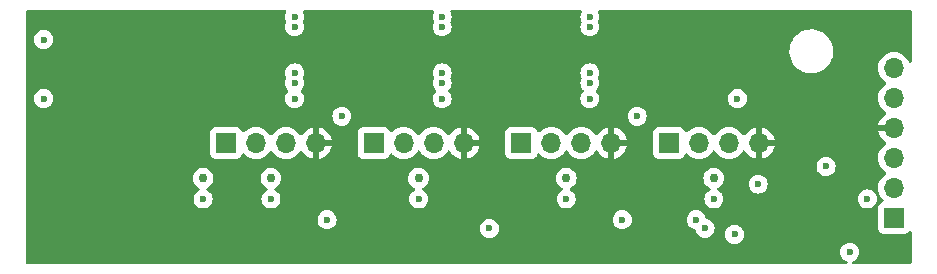
<source format=gbr>
%TF.GenerationSoftware,KiCad,Pcbnew,7.0.11-7.0.11~ubuntu22.04.1*%
%TF.CreationDate,2025-05-05T15:28:32+03:00*%
%TF.ProjectId,USB_Magic_Hub,5553425f-4d61-4676-9963-5f4875622e6b,rev?*%
%TF.SameCoordinates,PXc65d40PYc65d40*%
%TF.FileFunction,Copper,L2,Inr*%
%TF.FilePolarity,Positive*%
%FSLAX46Y46*%
G04 Gerber Fmt 4.6, Leading zero omitted, Abs format (unit mm)*
G04 Created by KiCad (PCBNEW 7.0.11-7.0.11~ubuntu22.04.1) date 2025-05-05 15:28:32*
%MOMM*%
%LPD*%
G01*
G04 APERTURE LIST*
%TA.AperFunction,ComponentPad*%
%ADD10R,1.700000X1.700000*%
%TD*%
%TA.AperFunction,ComponentPad*%
%ADD11O,1.700000X1.700000*%
%TD*%
%TA.AperFunction,ViaPad*%
%ADD12C,0.600000*%
%TD*%
%TA.AperFunction,ViaPad*%
%ADD13C,0.750000*%
%TD*%
G04 APERTURE END LIST*
D10*
%TO.N,/VBUS1*%
%TO.C,J1*%
X54950000Y-11750000D03*
D11*
%TO.N,/D1-*%
X57490000Y-11750000D03*
%TO.N,/D1+*%
X60030000Y-11750000D03*
%TO.N,/GND*%
X62570000Y-11750000D03*
%TD*%
D10*
%TO.N,/VBUS2*%
%TO.C,J2*%
X42450000Y-11750000D03*
D11*
%TO.N,/D2-*%
X44990000Y-11750000D03*
%TO.N,/D2+*%
X47530000Y-11750000D03*
%TO.N,/GND*%
X50070000Y-11750000D03*
%TD*%
D10*
%TO.N,/VBUS3*%
%TO.C,J3*%
X29950000Y-11750000D03*
D11*
%TO.N,/D3-*%
X32490000Y-11750000D03*
%TO.N,/D3+*%
X35030000Y-11750000D03*
%TO.N,/GND*%
X37570000Y-11750000D03*
%TD*%
D10*
%TO.N,/SEL3*%
%TO.C,J4*%
X74000000Y-18100000D03*
D11*
%TO.N,/SEL4*%
X74000000Y-15560000D03*
%TO.N,/~{RESET}*%
X74000000Y-13020000D03*
%TO.N,/GND*%
X74000000Y-10480000D03*
%TO.N,/SEL2*%
X74000000Y-7940000D03*
%TO.N,/VCC_MCU*%
X74000000Y-5400000D03*
%TD*%
D10*
%TO.N,/VBUS4*%
%TO.C,J5*%
X17450000Y-11750000D03*
D11*
%TO.N,/D4-*%
X19990000Y-11750000D03*
%TO.N,/D4+*%
X22530000Y-11750000D03*
%TO.N,/GND*%
X25070000Y-11750000D03*
%TD*%
D12*
%TO.N,/GND*%
X67000000Y-18250000D03*
X7000000Y-18750000D03*
X19250000Y-8000000D03*
X68500000Y-18250000D03*
X65750000Y-21000000D03*
X10750000Y-3000000D03*
X56750000Y-8000000D03*
X44250000Y-8000000D03*
X11750000Y-16250000D03*
X31750000Y-8000000D03*
%TO.N,/VCC_MCU*%
X48250000Y-8000000D03*
X70250000Y-21000000D03*
X35750000Y-8000000D03*
X51000000Y-18250000D03*
X23250000Y-8000000D03*
X60750000Y-8000000D03*
X26000000Y-18250000D03*
%TO.N,/SEL2*%
X57250000Y-18250000D03*
X52250000Y-9500000D03*
X68250000Y-13750000D03*
%TO.N,/SEL3*%
X39750000Y-19000000D03*
X58000000Y-19000000D03*
%TO.N,/~{PWR_ENABLE}*%
X71750000Y-16500000D03*
X46250000Y-16500000D03*
X33750000Y-16500000D03*
X15500000Y-16500000D03*
X21250000Y-16500000D03*
X58750000Y-16500000D03*
D13*
%TO.N,Net-(Q1-S)*%
X33750000Y-14750000D03*
X46250000Y-14750000D03*
X21250000Y-14750000D03*
X58750000Y-14750000D03*
X15500000Y-14750000D03*
D12*
%TO.N,Net-(U1-~{XRSTJ})*%
X2000000Y-8000000D03*
X2000000Y-3000000D03*
%TO.N,/SEL4*%
X27250000Y-9500000D03*
X62500000Y-15250000D03*
X60500000Y-19500000D03*
%TO.N,/UFP-*%
X23250000Y-5825000D03*
X35750000Y-5825000D03*
X48250000Y-5825000D03*
X23250000Y-1925000D03*
X48250000Y-1925000D03*
X35750000Y-1925000D03*
%TO.N,/UFP+*%
X48250000Y-6675000D03*
X23250000Y-1075000D03*
X35750000Y-6675000D03*
X48250000Y-1075000D03*
X35750000Y-1075000D03*
X23250000Y-6675000D03*
%TD*%
%TA.AperFunction,Conductor*%
%TO.N,/GND*%
G36*
X22508252Y-520185D02*
G01*
X22554007Y-572989D01*
X22563951Y-642147D01*
X22546206Y-690473D01*
X22524211Y-725475D01*
X22464631Y-895745D01*
X22464630Y-895750D01*
X22444435Y-1074996D01*
X22444435Y-1075003D01*
X22464630Y-1254249D01*
X22464631Y-1254254D01*
X22524212Y-1424525D01*
X22530185Y-1434032D01*
X22549183Y-1501269D01*
X22530185Y-1565968D01*
X22524212Y-1575474D01*
X22464631Y-1745745D01*
X22464630Y-1745750D01*
X22444435Y-1924996D01*
X22444435Y-1925003D01*
X22464630Y-2104249D01*
X22464631Y-2104254D01*
X22524211Y-2274523D01*
X22584319Y-2370184D01*
X22620184Y-2427262D01*
X22747738Y-2554816D01*
X22838080Y-2611582D01*
X22899979Y-2650476D01*
X22900478Y-2650789D01*
X23070745Y-2710368D01*
X23070750Y-2710369D01*
X23249996Y-2730565D01*
X23250000Y-2730565D01*
X23250004Y-2730565D01*
X23429249Y-2710369D01*
X23429252Y-2710368D01*
X23429255Y-2710368D01*
X23599522Y-2650789D01*
X23752262Y-2554816D01*
X23879816Y-2427262D01*
X23975789Y-2274522D01*
X24035368Y-2104255D01*
X24055565Y-1925000D01*
X24035368Y-1745745D01*
X24035367Y-1745743D01*
X24035366Y-1745737D01*
X23975789Y-1575479D01*
X23975789Y-1575478D01*
X23969815Y-1565971D01*
X23950815Y-1498737D01*
X23969816Y-1434027D01*
X23975789Y-1424522D01*
X24035368Y-1254255D01*
X24055565Y-1075000D01*
X24035368Y-895745D01*
X23975789Y-725478D01*
X23975788Y-725475D01*
X23953794Y-690473D01*
X23934793Y-623236D01*
X23955160Y-556401D01*
X24008428Y-511187D01*
X24058787Y-500500D01*
X34941213Y-500500D01*
X35008252Y-520185D01*
X35054007Y-572989D01*
X35063951Y-642147D01*
X35046206Y-690473D01*
X35024211Y-725475D01*
X34964631Y-895745D01*
X34964630Y-895750D01*
X34944435Y-1074996D01*
X34944435Y-1075003D01*
X34964630Y-1254249D01*
X34964631Y-1254254D01*
X35024212Y-1424525D01*
X35030185Y-1434032D01*
X35049183Y-1501269D01*
X35030185Y-1565968D01*
X35024212Y-1575474D01*
X34964631Y-1745745D01*
X34964630Y-1745750D01*
X34944435Y-1924996D01*
X34944435Y-1925003D01*
X34964630Y-2104249D01*
X34964631Y-2104254D01*
X35024211Y-2274523D01*
X35084319Y-2370184D01*
X35120184Y-2427262D01*
X35247738Y-2554816D01*
X35338080Y-2611582D01*
X35399979Y-2650476D01*
X35400478Y-2650789D01*
X35570745Y-2710368D01*
X35570750Y-2710369D01*
X35749996Y-2730565D01*
X35750000Y-2730565D01*
X35750004Y-2730565D01*
X35929249Y-2710369D01*
X35929252Y-2710368D01*
X35929255Y-2710368D01*
X36099522Y-2650789D01*
X36252262Y-2554816D01*
X36379816Y-2427262D01*
X36475789Y-2274522D01*
X36535368Y-2104255D01*
X36555565Y-1925000D01*
X36535368Y-1745745D01*
X36535367Y-1745743D01*
X36535366Y-1745737D01*
X36475789Y-1575479D01*
X36475789Y-1575478D01*
X36469815Y-1565971D01*
X36450815Y-1498737D01*
X36469816Y-1434027D01*
X36475789Y-1424522D01*
X36535368Y-1254255D01*
X36555565Y-1075000D01*
X36535368Y-895745D01*
X36475789Y-725478D01*
X36475788Y-725475D01*
X36453794Y-690473D01*
X36434793Y-623236D01*
X36455160Y-556401D01*
X36508428Y-511187D01*
X36558787Y-500500D01*
X47441213Y-500500D01*
X47508252Y-520185D01*
X47554007Y-572989D01*
X47563951Y-642147D01*
X47546206Y-690473D01*
X47524211Y-725475D01*
X47464631Y-895745D01*
X47464630Y-895750D01*
X47444435Y-1074996D01*
X47444435Y-1075003D01*
X47464630Y-1254249D01*
X47464631Y-1254254D01*
X47524212Y-1424525D01*
X47530185Y-1434032D01*
X47549183Y-1501269D01*
X47530185Y-1565968D01*
X47524212Y-1575474D01*
X47464631Y-1745745D01*
X47464630Y-1745750D01*
X47444435Y-1924996D01*
X47444435Y-1925003D01*
X47464630Y-2104249D01*
X47464631Y-2104254D01*
X47524211Y-2274523D01*
X47584319Y-2370184D01*
X47620184Y-2427262D01*
X47747738Y-2554816D01*
X47838080Y-2611582D01*
X47899979Y-2650476D01*
X47900478Y-2650789D01*
X48070745Y-2710368D01*
X48070750Y-2710369D01*
X48249996Y-2730565D01*
X48250000Y-2730565D01*
X48250004Y-2730565D01*
X48429249Y-2710369D01*
X48429252Y-2710368D01*
X48429255Y-2710368D01*
X48599522Y-2650789D01*
X48752262Y-2554816D01*
X48879816Y-2427262D01*
X48975789Y-2274522D01*
X49035368Y-2104255D01*
X49055565Y-1925000D01*
X49035368Y-1745745D01*
X49035367Y-1745743D01*
X49035366Y-1745737D01*
X48975789Y-1575479D01*
X48975789Y-1575478D01*
X48969815Y-1565971D01*
X48950815Y-1498737D01*
X48969816Y-1434027D01*
X48975789Y-1424522D01*
X49035368Y-1254255D01*
X49055565Y-1075000D01*
X49035368Y-895745D01*
X48975789Y-725478D01*
X48975788Y-725475D01*
X48953794Y-690473D01*
X48934793Y-623236D01*
X48955160Y-556401D01*
X49008428Y-511187D01*
X49058787Y-500500D01*
X75375500Y-500500D01*
X75442539Y-520185D01*
X75488294Y-572989D01*
X75499500Y-624500D01*
X75499500Y-4860803D01*
X75479815Y-4927842D01*
X75427011Y-4973597D01*
X75357853Y-4983541D01*
X75294297Y-4954516D01*
X75263118Y-4913208D01*
X75174035Y-4722171D01*
X75174034Y-4722169D01*
X75038494Y-4528597D01*
X74871402Y-4361506D01*
X74871395Y-4361501D01*
X74677834Y-4225967D01*
X74677830Y-4225965D01*
X74628438Y-4202933D01*
X74463663Y-4126097D01*
X74463659Y-4126096D01*
X74463655Y-4126094D01*
X74235413Y-4064938D01*
X74235403Y-4064936D01*
X74000001Y-4044341D01*
X73999999Y-4044341D01*
X73764596Y-4064936D01*
X73764586Y-4064938D01*
X73536344Y-4126094D01*
X73536335Y-4126098D01*
X73322171Y-4225964D01*
X73322169Y-4225965D01*
X73128597Y-4361505D01*
X72961505Y-4528597D01*
X72825965Y-4722169D01*
X72825964Y-4722171D01*
X72726098Y-4936335D01*
X72726094Y-4936344D01*
X72664938Y-5164586D01*
X72664936Y-5164596D01*
X72644341Y-5399999D01*
X72644341Y-5400000D01*
X72664936Y-5635403D01*
X72664938Y-5635413D01*
X72726094Y-5863655D01*
X72726096Y-5863659D01*
X72726097Y-5863663D01*
X72761319Y-5939196D01*
X72825965Y-6077830D01*
X72825967Y-6077834D01*
X72934281Y-6232521D01*
X72947408Y-6251269D01*
X72961501Y-6271395D01*
X72961506Y-6271402D01*
X73128597Y-6438493D01*
X73128603Y-6438498D01*
X73314158Y-6568425D01*
X73357783Y-6623002D01*
X73364977Y-6692500D01*
X73333454Y-6754855D01*
X73314158Y-6771575D01*
X73128597Y-6901505D01*
X72961505Y-7068597D01*
X72825965Y-7262169D01*
X72825964Y-7262171D01*
X72726098Y-7476335D01*
X72726094Y-7476344D01*
X72664938Y-7704586D01*
X72664936Y-7704596D01*
X72644341Y-7939999D01*
X72644341Y-7940000D01*
X72664936Y-8175403D01*
X72664938Y-8175413D01*
X72726094Y-8403655D01*
X72726096Y-8403659D01*
X72726097Y-8403663D01*
X72761319Y-8479196D01*
X72825965Y-8617830D01*
X72825967Y-8617834D01*
X72901558Y-8725788D01*
X72943276Y-8785368D01*
X72961501Y-8811395D01*
X72961506Y-8811402D01*
X73128597Y-8978493D01*
X73128603Y-8978498D01*
X73314594Y-9108730D01*
X73358219Y-9163307D01*
X73365413Y-9232805D01*
X73333890Y-9295160D01*
X73314595Y-9311880D01*
X73128922Y-9441890D01*
X73128920Y-9441891D01*
X72961891Y-9608920D01*
X72961886Y-9608926D01*
X72826400Y-9802420D01*
X72826399Y-9802422D01*
X72726570Y-10016507D01*
X72726567Y-10016513D01*
X72669364Y-10229999D01*
X72669364Y-10230000D01*
X73566314Y-10230000D01*
X73540507Y-10270156D01*
X73500000Y-10408111D01*
X73500000Y-10551889D01*
X73540507Y-10689844D01*
X73566314Y-10730000D01*
X72669364Y-10730000D01*
X72726567Y-10943486D01*
X72726570Y-10943492D01*
X72826399Y-11157578D01*
X72961894Y-11351082D01*
X73128917Y-11518105D01*
X73314595Y-11648119D01*
X73358219Y-11702696D01*
X73365412Y-11772195D01*
X73333890Y-11834549D01*
X73314595Y-11851269D01*
X73128594Y-11981508D01*
X72961505Y-12148597D01*
X72825965Y-12342169D01*
X72825964Y-12342171D01*
X72726098Y-12556335D01*
X72726094Y-12556344D01*
X72664938Y-12784586D01*
X72664936Y-12784596D01*
X72644341Y-13019999D01*
X72644341Y-13020000D01*
X72664936Y-13255403D01*
X72664938Y-13255413D01*
X72726094Y-13483655D01*
X72726096Y-13483659D01*
X72726097Y-13483663D01*
X72825965Y-13697830D01*
X72825967Y-13697834D01*
X72961501Y-13891395D01*
X72961506Y-13891402D01*
X73128597Y-14058493D01*
X73128603Y-14058498D01*
X73314158Y-14188425D01*
X73357783Y-14243002D01*
X73364977Y-14312500D01*
X73333454Y-14374855D01*
X73314158Y-14391575D01*
X73128597Y-14521505D01*
X72961505Y-14688597D01*
X72825965Y-14882169D01*
X72825964Y-14882171D01*
X72726098Y-15096335D01*
X72726094Y-15096344D01*
X72664938Y-15324586D01*
X72664936Y-15324596D01*
X72644341Y-15559999D01*
X72644341Y-15560000D01*
X72664936Y-15795403D01*
X72664938Y-15795413D01*
X72726094Y-16023655D01*
X72726096Y-16023659D01*
X72726097Y-16023663D01*
X72761319Y-16099196D01*
X72825965Y-16237830D01*
X72825967Y-16237834D01*
X72884026Y-16320750D01*
X72961501Y-16431396D01*
X72961506Y-16431402D01*
X73083430Y-16553326D01*
X73116915Y-16614649D01*
X73111931Y-16684341D01*
X73070059Y-16740274D01*
X73039083Y-16757189D01*
X72907669Y-16806203D01*
X72907664Y-16806206D01*
X72792455Y-16892452D01*
X72792452Y-16892455D01*
X72706206Y-17007664D01*
X72706202Y-17007671D01*
X72655908Y-17142517D01*
X72649501Y-17202116D01*
X72649500Y-17202135D01*
X72649500Y-18997870D01*
X72649501Y-18997876D01*
X72655908Y-19057483D01*
X72706202Y-19192328D01*
X72706206Y-19192335D01*
X72792452Y-19307544D01*
X72792455Y-19307547D01*
X72907664Y-19393793D01*
X72907671Y-19393797D01*
X73042517Y-19444091D01*
X73042516Y-19444091D01*
X73049444Y-19444835D01*
X73102127Y-19450500D01*
X74897872Y-19450499D01*
X74957483Y-19444091D01*
X75092331Y-19393796D01*
X75207546Y-19307546D01*
X75276234Y-19215789D01*
X75332167Y-19173920D01*
X75401859Y-19168936D01*
X75463182Y-19202421D01*
X75496666Y-19263745D01*
X75499500Y-19290102D01*
X75499500Y-21875500D01*
X75479815Y-21942539D01*
X75427011Y-21988294D01*
X75375500Y-21999500D01*
X70547114Y-21999500D01*
X70480075Y-21979815D01*
X70434320Y-21927011D01*
X70424376Y-21857853D01*
X70453401Y-21794297D01*
X70506160Y-21758458D01*
X70542531Y-21745730D01*
X70599522Y-21725789D01*
X70752262Y-21629816D01*
X70879816Y-21502262D01*
X70975789Y-21349522D01*
X71035368Y-21179255D01*
X71055565Y-21000000D01*
X71035368Y-20820745D01*
X70975789Y-20650478D01*
X70879816Y-20497738D01*
X70752262Y-20370184D01*
X70649422Y-20305565D01*
X70599523Y-20274211D01*
X70429254Y-20214631D01*
X70429249Y-20214630D01*
X70250004Y-20194435D01*
X70249996Y-20194435D01*
X70070750Y-20214630D01*
X70070745Y-20214631D01*
X69900476Y-20274211D01*
X69747737Y-20370184D01*
X69620184Y-20497737D01*
X69524211Y-20650476D01*
X69464631Y-20820745D01*
X69464630Y-20820750D01*
X69444435Y-20999996D01*
X69444435Y-21000003D01*
X69464630Y-21179249D01*
X69464631Y-21179254D01*
X69524211Y-21349523D01*
X69620184Y-21502262D01*
X69747738Y-21629816D01*
X69900478Y-21725789D01*
X69993840Y-21758458D01*
X70050617Y-21799180D01*
X70076364Y-21864133D01*
X70062908Y-21932694D01*
X70014521Y-21983097D01*
X69952886Y-21999500D01*
X624500Y-21999500D01*
X557461Y-21979815D01*
X511706Y-21927011D01*
X500500Y-21875500D01*
X500500Y-18250003D01*
X25194435Y-18250003D01*
X25214630Y-18429249D01*
X25214631Y-18429254D01*
X25274211Y-18599523D01*
X25333849Y-18694435D01*
X25370184Y-18752262D01*
X25497738Y-18879816D01*
X25650478Y-18975789D01*
X25719678Y-19000003D01*
X25820745Y-19035368D01*
X25820750Y-19035369D01*
X25999996Y-19055565D01*
X26000000Y-19055565D01*
X26000004Y-19055565D01*
X26179249Y-19035369D01*
X26179252Y-19035368D01*
X26179255Y-19035368D01*
X26280322Y-19000003D01*
X38944435Y-19000003D01*
X38964630Y-19179249D01*
X38964631Y-19179254D01*
X39024211Y-19349523D01*
X39087658Y-19450498D01*
X39120184Y-19502262D01*
X39247738Y-19629816D01*
X39400478Y-19725789D01*
X39570745Y-19785368D01*
X39570750Y-19785369D01*
X39749996Y-19805565D01*
X39750000Y-19805565D01*
X39750004Y-19805565D01*
X39929249Y-19785369D01*
X39929252Y-19785368D01*
X39929255Y-19785368D01*
X40099522Y-19725789D01*
X40252262Y-19629816D01*
X40379816Y-19502262D01*
X40475789Y-19349522D01*
X40535368Y-19179255D01*
X40536531Y-19168936D01*
X40555565Y-19000003D01*
X40555565Y-18999996D01*
X40535369Y-18820750D01*
X40535368Y-18820745D01*
X40475788Y-18650476D01*
X40379815Y-18497737D01*
X40252262Y-18370184D01*
X40099523Y-18274211D01*
X40030341Y-18250003D01*
X50194435Y-18250003D01*
X50214630Y-18429249D01*
X50214631Y-18429254D01*
X50274211Y-18599523D01*
X50333849Y-18694435D01*
X50370184Y-18752262D01*
X50497738Y-18879816D01*
X50650478Y-18975789D01*
X50719678Y-19000003D01*
X50820745Y-19035368D01*
X50820750Y-19035369D01*
X50999996Y-19055565D01*
X51000000Y-19055565D01*
X51000004Y-19055565D01*
X51179249Y-19035369D01*
X51179252Y-19035368D01*
X51179255Y-19035368D01*
X51349522Y-18975789D01*
X51502262Y-18879816D01*
X51629816Y-18752262D01*
X51725789Y-18599522D01*
X51785368Y-18429255D01*
X51802837Y-18274211D01*
X51805565Y-18250003D01*
X56444435Y-18250003D01*
X56464630Y-18429249D01*
X56464631Y-18429254D01*
X56524211Y-18599523D01*
X56583849Y-18694435D01*
X56620184Y-18752262D01*
X56747738Y-18879816D01*
X56900478Y-18975789D01*
X57070745Y-19035368D01*
X57101795Y-19038866D01*
X57166207Y-19065930D01*
X57205763Y-19123524D01*
X57211132Y-19148201D01*
X57214630Y-19179249D01*
X57214631Y-19179254D01*
X57214632Y-19179255D01*
X57219209Y-19192335D01*
X57274210Y-19349521D01*
X57302028Y-19393793D01*
X57370184Y-19502262D01*
X57497738Y-19629816D01*
X57650478Y-19725789D01*
X57820745Y-19785368D01*
X57820750Y-19785369D01*
X57999996Y-19805565D01*
X58000000Y-19805565D01*
X58000004Y-19805565D01*
X58179249Y-19785369D01*
X58179252Y-19785368D01*
X58179255Y-19785368D01*
X58349522Y-19725789D01*
X58502262Y-19629816D01*
X58629816Y-19502262D01*
X58631235Y-19500003D01*
X59694435Y-19500003D01*
X59714630Y-19679249D01*
X59714631Y-19679254D01*
X59774211Y-19849523D01*
X59870184Y-20002262D01*
X59997738Y-20129816D01*
X60088080Y-20186582D01*
X60132721Y-20214632D01*
X60150478Y-20225789D01*
X60288860Y-20274211D01*
X60320745Y-20285368D01*
X60320750Y-20285369D01*
X60499996Y-20305565D01*
X60500000Y-20305565D01*
X60500004Y-20305565D01*
X60679249Y-20285369D01*
X60679252Y-20285368D01*
X60679255Y-20285368D01*
X60849522Y-20225789D01*
X61002262Y-20129816D01*
X61129816Y-20002262D01*
X61225789Y-19849522D01*
X61285368Y-19679255D01*
X61285369Y-19679249D01*
X61305565Y-19500003D01*
X61305565Y-19499996D01*
X61285369Y-19320750D01*
X61285368Y-19320745D01*
X61280749Y-19307544D01*
X61225789Y-19150478D01*
X61224358Y-19148201D01*
X61153461Y-19035369D01*
X61129816Y-18997738D01*
X61002262Y-18870184D01*
X60849523Y-18774211D01*
X60679254Y-18714631D01*
X60679249Y-18714630D01*
X60500004Y-18694435D01*
X60499996Y-18694435D01*
X60320750Y-18714630D01*
X60320745Y-18714631D01*
X60150476Y-18774211D01*
X59997737Y-18870184D01*
X59870184Y-18997737D01*
X59774211Y-19150476D01*
X59714631Y-19320745D01*
X59714630Y-19320750D01*
X59694435Y-19499996D01*
X59694435Y-19500003D01*
X58631235Y-19500003D01*
X58725789Y-19349522D01*
X58785368Y-19179255D01*
X58786531Y-19168936D01*
X58805565Y-19000003D01*
X58805565Y-18999996D01*
X58785369Y-18820750D01*
X58785368Y-18820745D01*
X58725788Y-18650476D01*
X58629815Y-18497737D01*
X58502262Y-18370184D01*
X58349521Y-18274210D01*
X58179249Y-18214630D01*
X58148201Y-18211132D01*
X58083787Y-18184065D01*
X58044233Y-18126469D01*
X58038867Y-18101802D01*
X58035368Y-18070745D01*
X57975789Y-17900478D01*
X57879816Y-17747738D01*
X57752262Y-17620184D01*
X57599523Y-17524211D01*
X57429254Y-17464631D01*
X57429249Y-17464630D01*
X57250004Y-17444435D01*
X57249996Y-17444435D01*
X57070750Y-17464630D01*
X57070745Y-17464631D01*
X56900476Y-17524211D01*
X56747737Y-17620184D01*
X56620184Y-17747737D01*
X56524211Y-17900476D01*
X56464631Y-18070745D01*
X56464630Y-18070750D01*
X56444435Y-18249996D01*
X56444435Y-18250003D01*
X51805565Y-18250003D01*
X51805565Y-18249996D01*
X51785369Y-18070750D01*
X51785368Y-18070745D01*
X51725788Y-17900476D01*
X51629815Y-17747737D01*
X51502262Y-17620184D01*
X51349523Y-17524211D01*
X51179254Y-17464631D01*
X51179249Y-17464630D01*
X51000004Y-17444435D01*
X50999996Y-17444435D01*
X50820750Y-17464630D01*
X50820745Y-17464631D01*
X50650476Y-17524211D01*
X50497737Y-17620184D01*
X50370184Y-17747737D01*
X50274211Y-17900476D01*
X50214631Y-18070745D01*
X50214630Y-18070750D01*
X50194435Y-18249996D01*
X50194435Y-18250003D01*
X40030341Y-18250003D01*
X39929254Y-18214631D01*
X39929249Y-18214630D01*
X39750004Y-18194435D01*
X39749996Y-18194435D01*
X39570750Y-18214630D01*
X39570745Y-18214631D01*
X39400476Y-18274211D01*
X39247737Y-18370184D01*
X39120184Y-18497737D01*
X39024211Y-18650476D01*
X38964631Y-18820745D01*
X38964630Y-18820750D01*
X38944435Y-18999996D01*
X38944435Y-19000003D01*
X26280322Y-19000003D01*
X26349522Y-18975789D01*
X26502262Y-18879816D01*
X26629816Y-18752262D01*
X26725789Y-18599522D01*
X26785368Y-18429255D01*
X26802837Y-18274211D01*
X26805565Y-18250003D01*
X26805565Y-18249996D01*
X26785369Y-18070750D01*
X26785368Y-18070745D01*
X26725788Y-17900476D01*
X26629815Y-17747737D01*
X26502262Y-17620184D01*
X26349523Y-17524211D01*
X26179254Y-17464631D01*
X26179249Y-17464630D01*
X26000004Y-17444435D01*
X25999996Y-17444435D01*
X25820750Y-17464630D01*
X25820745Y-17464631D01*
X25650476Y-17524211D01*
X25497737Y-17620184D01*
X25370184Y-17747737D01*
X25274211Y-17900476D01*
X25214631Y-18070745D01*
X25214630Y-18070750D01*
X25194435Y-18249996D01*
X25194435Y-18250003D01*
X500500Y-18250003D01*
X500500Y-14750000D01*
X14619678Y-14750000D01*
X14638915Y-14933029D01*
X14638916Y-14933032D01*
X14695783Y-15108053D01*
X14695786Y-15108059D01*
X14787805Y-15267440D01*
X14897327Y-15389077D01*
X14910949Y-15404206D01*
X14910951Y-15404208D01*
X15059834Y-15512378D01*
X15059835Y-15512378D01*
X15059839Y-15512381D01*
X15127720Y-15542603D01*
X15144925Y-15550264D01*
X15198162Y-15595514D01*
X15218483Y-15662363D01*
X15199438Y-15729587D01*
X15155385Y-15768933D01*
X15156374Y-15770506D01*
X14997737Y-15870184D01*
X14870184Y-15997737D01*
X14774211Y-16150476D01*
X14714631Y-16320745D01*
X14714630Y-16320750D01*
X14694435Y-16499996D01*
X14694435Y-16500003D01*
X14714630Y-16679249D01*
X14714631Y-16679254D01*
X14774211Y-16849523D01*
X14858840Y-16984208D01*
X14870184Y-17002262D01*
X14997738Y-17129816D01*
X15150478Y-17225789D01*
X15320745Y-17285368D01*
X15320750Y-17285369D01*
X15499996Y-17305565D01*
X15500000Y-17305565D01*
X15500004Y-17305565D01*
X15679249Y-17285369D01*
X15679252Y-17285368D01*
X15679255Y-17285368D01*
X15849522Y-17225789D01*
X16002262Y-17129816D01*
X16129816Y-17002262D01*
X16225789Y-16849522D01*
X16285368Y-16679255D01*
X16288681Y-16649853D01*
X16305565Y-16500003D01*
X16305565Y-16499996D01*
X16285369Y-16320750D01*
X16285368Y-16320745D01*
X16225788Y-16150476D01*
X16153461Y-16035369D01*
X16129816Y-15997738D01*
X16002262Y-15870184D01*
X15849522Y-15774211D01*
X15849523Y-15774211D01*
X15843626Y-15770506D01*
X15844643Y-15768886D01*
X15799845Y-15728434D01*
X15781536Y-15661006D01*
X15802588Y-15594383D01*
X15855073Y-15550264D01*
X15940161Y-15512381D01*
X16089050Y-15404207D01*
X16212195Y-15267440D01*
X16304214Y-15108059D01*
X16361085Y-14933029D01*
X16380322Y-14750000D01*
X20369678Y-14750000D01*
X20388915Y-14933029D01*
X20388916Y-14933032D01*
X20445783Y-15108053D01*
X20445786Y-15108059D01*
X20537805Y-15267440D01*
X20647327Y-15389077D01*
X20660949Y-15404206D01*
X20660951Y-15404208D01*
X20809834Y-15512378D01*
X20809835Y-15512378D01*
X20809839Y-15512381D01*
X20877720Y-15542603D01*
X20894925Y-15550264D01*
X20948162Y-15595514D01*
X20968483Y-15662363D01*
X20949438Y-15729587D01*
X20905385Y-15768933D01*
X20906374Y-15770506D01*
X20747737Y-15870184D01*
X20620184Y-15997737D01*
X20524211Y-16150476D01*
X20464631Y-16320745D01*
X20464630Y-16320750D01*
X20444435Y-16499996D01*
X20444435Y-16500003D01*
X20464630Y-16679249D01*
X20464631Y-16679254D01*
X20524211Y-16849523D01*
X20608840Y-16984208D01*
X20620184Y-17002262D01*
X20747738Y-17129816D01*
X20900478Y-17225789D01*
X21070745Y-17285368D01*
X21070750Y-17285369D01*
X21249996Y-17305565D01*
X21250000Y-17305565D01*
X21250004Y-17305565D01*
X21429249Y-17285369D01*
X21429252Y-17285368D01*
X21429255Y-17285368D01*
X21599522Y-17225789D01*
X21752262Y-17129816D01*
X21879816Y-17002262D01*
X21975789Y-16849522D01*
X22035368Y-16679255D01*
X22038681Y-16649853D01*
X22055565Y-16500003D01*
X22055565Y-16499996D01*
X22035369Y-16320750D01*
X22035368Y-16320745D01*
X21975788Y-16150476D01*
X21903461Y-16035369D01*
X21879816Y-15997738D01*
X21752262Y-15870184D01*
X21599522Y-15774211D01*
X21599523Y-15774211D01*
X21593626Y-15770506D01*
X21594643Y-15768886D01*
X21549845Y-15728434D01*
X21531536Y-15661006D01*
X21552588Y-15594383D01*
X21605073Y-15550264D01*
X21690161Y-15512381D01*
X21839050Y-15404207D01*
X21962195Y-15267440D01*
X22054214Y-15108059D01*
X22111085Y-14933029D01*
X22130322Y-14750000D01*
X32869678Y-14750000D01*
X32888915Y-14933029D01*
X32888916Y-14933032D01*
X32945783Y-15108053D01*
X32945786Y-15108059D01*
X33037805Y-15267440D01*
X33147327Y-15389077D01*
X33160949Y-15404206D01*
X33160951Y-15404208D01*
X33309834Y-15512378D01*
X33309835Y-15512378D01*
X33309839Y-15512381D01*
X33377720Y-15542603D01*
X33394925Y-15550264D01*
X33448162Y-15595514D01*
X33468483Y-15662363D01*
X33449438Y-15729587D01*
X33405385Y-15768933D01*
X33406374Y-15770506D01*
X33247737Y-15870184D01*
X33120184Y-15997737D01*
X33024211Y-16150476D01*
X32964631Y-16320745D01*
X32964630Y-16320750D01*
X32944435Y-16499996D01*
X32944435Y-16500003D01*
X32964630Y-16679249D01*
X32964631Y-16679254D01*
X33024211Y-16849523D01*
X33108840Y-16984208D01*
X33120184Y-17002262D01*
X33247738Y-17129816D01*
X33400478Y-17225789D01*
X33570745Y-17285368D01*
X33570750Y-17285369D01*
X33749996Y-17305565D01*
X33750000Y-17305565D01*
X33750004Y-17305565D01*
X33929249Y-17285369D01*
X33929252Y-17285368D01*
X33929255Y-17285368D01*
X34099522Y-17225789D01*
X34252262Y-17129816D01*
X34379816Y-17002262D01*
X34475789Y-16849522D01*
X34535368Y-16679255D01*
X34538681Y-16649853D01*
X34555565Y-16500003D01*
X34555565Y-16499996D01*
X34535369Y-16320750D01*
X34535368Y-16320745D01*
X34475788Y-16150476D01*
X34403461Y-16035369D01*
X34379816Y-15997738D01*
X34252262Y-15870184D01*
X34099522Y-15774211D01*
X34099523Y-15774211D01*
X34093626Y-15770506D01*
X34094643Y-15768886D01*
X34049845Y-15728434D01*
X34031536Y-15661006D01*
X34052588Y-15594383D01*
X34105073Y-15550264D01*
X34190161Y-15512381D01*
X34339050Y-15404207D01*
X34462195Y-15267440D01*
X34554214Y-15108059D01*
X34611085Y-14933029D01*
X34630322Y-14750000D01*
X45369678Y-14750000D01*
X45388915Y-14933029D01*
X45388916Y-14933032D01*
X45445783Y-15108053D01*
X45445786Y-15108059D01*
X45537805Y-15267440D01*
X45647327Y-15389077D01*
X45660949Y-15404206D01*
X45660951Y-15404208D01*
X45809834Y-15512378D01*
X45809835Y-15512378D01*
X45809839Y-15512381D01*
X45877720Y-15542603D01*
X45894925Y-15550264D01*
X45948162Y-15595514D01*
X45968483Y-15662363D01*
X45949438Y-15729587D01*
X45905385Y-15768933D01*
X45906374Y-15770506D01*
X45747737Y-15870184D01*
X45620184Y-15997737D01*
X45524211Y-16150476D01*
X45464631Y-16320745D01*
X45464630Y-16320750D01*
X45444435Y-16499996D01*
X45444435Y-16500003D01*
X45464630Y-16679249D01*
X45464631Y-16679254D01*
X45524211Y-16849523D01*
X45608840Y-16984208D01*
X45620184Y-17002262D01*
X45747738Y-17129816D01*
X45900478Y-17225789D01*
X46070745Y-17285368D01*
X46070750Y-17285369D01*
X46249996Y-17305565D01*
X46250000Y-17305565D01*
X46250004Y-17305565D01*
X46429249Y-17285369D01*
X46429252Y-17285368D01*
X46429255Y-17285368D01*
X46599522Y-17225789D01*
X46752262Y-17129816D01*
X46879816Y-17002262D01*
X46975789Y-16849522D01*
X47035368Y-16679255D01*
X47038681Y-16649853D01*
X47055565Y-16500003D01*
X47055565Y-16499996D01*
X47035369Y-16320750D01*
X47035368Y-16320745D01*
X46975788Y-16150476D01*
X46903461Y-16035369D01*
X46879816Y-15997738D01*
X46752262Y-15870184D01*
X46599522Y-15774211D01*
X46599523Y-15774211D01*
X46593626Y-15770506D01*
X46594643Y-15768886D01*
X46549845Y-15728434D01*
X46531536Y-15661006D01*
X46552588Y-15594383D01*
X46605073Y-15550264D01*
X46690161Y-15512381D01*
X46839050Y-15404207D01*
X46962195Y-15267440D01*
X47054214Y-15108059D01*
X47111085Y-14933029D01*
X47130322Y-14750000D01*
X57869678Y-14750000D01*
X57888915Y-14933029D01*
X57888916Y-14933032D01*
X57945783Y-15108053D01*
X57945786Y-15108059D01*
X58037805Y-15267440D01*
X58147327Y-15389077D01*
X58160949Y-15404206D01*
X58160951Y-15404208D01*
X58309834Y-15512378D01*
X58309835Y-15512378D01*
X58309839Y-15512381D01*
X58377720Y-15542603D01*
X58394925Y-15550264D01*
X58448162Y-15595514D01*
X58468483Y-15662363D01*
X58449438Y-15729587D01*
X58405385Y-15768933D01*
X58406374Y-15770506D01*
X58247737Y-15870184D01*
X58120184Y-15997737D01*
X58024211Y-16150476D01*
X57964631Y-16320745D01*
X57964630Y-16320750D01*
X57944435Y-16499996D01*
X57944435Y-16500003D01*
X57964630Y-16679249D01*
X57964631Y-16679254D01*
X58024211Y-16849523D01*
X58108840Y-16984208D01*
X58120184Y-17002262D01*
X58247738Y-17129816D01*
X58400478Y-17225789D01*
X58570745Y-17285368D01*
X58570750Y-17285369D01*
X58749996Y-17305565D01*
X58750000Y-17305565D01*
X58750004Y-17305565D01*
X58929249Y-17285369D01*
X58929252Y-17285368D01*
X58929255Y-17285368D01*
X59099522Y-17225789D01*
X59252262Y-17129816D01*
X59379816Y-17002262D01*
X59475789Y-16849522D01*
X59535368Y-16679255D01*
X59538681Y-16649853D01*
X59555565Y-16500003D01*
X70944435Y-16500003D01*
X70964630Y-16679249D01*
X70964631Y-16679254D01*
X71024211Y-16849523D01*
X71108840Y-16984208D01*
X71120184Y-17002262D01*
X71247738Y-17129816D01*
X71400478Y-17225789D01*
X71570745Y-17285368D01*
X71570750Y-17285369D01*
X71749996Y-17305565D01*
X71750000Y-17305565D01*
X71750004Y-17305565D01*
X71929249Y-17285369D01*
X71929252Y-17285368D01*
X71929255Y-17285368D01*
X72099522Y-17225789D01*
X72252262Y-17129816D01*
X72379816Y-17002262D01*
X72475789Y-16849522D01*
X72535368Y-16679255D01*
X72538681Y-16649853D01*
X72555565Y-16500003D01*
X72555565Y-16499996D01*
X72535369Y-16320750D01*
X72535368Y-16320745D01*
X72475788Y-16150476D01*
X72403461Y-16035369D01*
X72379816Y-15997738D01*
X72252262Y-15870184D01*
X72099523Y-15774211D01*
X71929254Y-15714631D01*
X71929249Y-15714630D01*
X71750004Y-15694435D01*
X71749996Y-15694435D01*
X71570750Y-15714630D01*
X71570745Y-15714631D01*
X71400476Y-15774211D01*
X71247737Y-15870184D01*
X71120184Y-15997737D01*
X71024211Y-16150476D01*
X70964631Y-16320745D01*
X70964630Y-16320750D01*
X70944435Y-16499996D01*
X70944435Y-16500003D01*
X59555565Y-16500003D01*
X59555565Y-16499996D01*
X59535369Y-16320750D01*
X59535368Y-16320745D01*
X59475788Y-16150476D01*
X59403461Y-16035369D01*
X59379816Y-15997738D01*
X59252262Y-15870184D01*
X59099522Y-15774211D01*
X59099523Y-15774211D01*
X59093626Y-15770506D01*
X59094643Y-15768886D01*
X59049845Y-15728434D01*
X59031536Y-15661006D01*
X59052588Y-15594383D01*
X59105073Y-15550264D01*
X59190161Y-15512381D01*
X59339050Y-15404207D01*
X59462195Y-15267440D01*
X59472262Y-15250003D01*
X61694435Y-15250003D01*
X61714630Y-15429249D01*
X61714631Y-15429254D01*
X61774211Y-15599523D01*
X61833849Y-15694435D01*
X61870184Y-15752262D01*
X61997738Y-15879816D01*
X62088080Y-15936582D01*
X62149540Y-15975200D01*
X62150478Y-15975789D01*
X62206569Y-15995416D01*
X62320745Y-16035368D01*
X62320750Y-16035369D01*
X62499996Y-16055565D01*
X62500000Y-16055565D01*
X62500004Y-16055565D01*
X62679249Y-16035369D01*
X62679252Y-16035368D01*
X62679255Y-16035368D01*
X62849522Y-15975789D01*
X63002262Y-15879816D01*
X63129816Y-15752262D01*
X63225789Y-15599522D01*
X63285368Y-15429255D01*
X63288190Y-15404208D01*
X63305565Y-15250003D01*
X63305565Y-15249996D01*
X63285369Y-15070750D01*
X63285368Y-15070745D01*
X63225789Y-14900478D01*
X63129816Y-14747738D01*
X63002262Y-14620184D01*
X62849523Y-14524211D01*
X62679254Y-14464631D01*
X62679249Y-14464630D01*
X62500004Y-14444435D01*
X62499996Y-14444435D01*
X62320750Y-14464630D01*
X62320745Y-14464631D01*
X62150476Y-14524211D01*
X61997737Y-14620184D01*
X61870184Y-14747737D01*
X61774211Y-14900476D01*
X61714631Y-15070745D01*
X61714630Y-15070750D01*
X61694435Y-15249996D01*
X61694435Y-15250003D01*
X59472262Y-15250003D01*
X59554214Y-15108059D01*
X59611085Y-14933029D01*
X59630322Y-14750000D01*
X59611085Y-14566971D01*
X59554214Y-14391941D01*
X59462195Y-14232560D01*
X59339050Y-14095793D01*
X59339048Y-14095791D01*
X59190165Y-13987621D01*
X59190162Y-13987619D01*
X59190161Y-13987619D01*
X59129112Y-13960438D01*
X59022038Y-13912765D01*
X59022033Y-13912763D01*
X58842019Y-13874500D01*
X58657981Y-13874500D01*
X58477966Y-13912763D01*
X58477961Y-13912765D01*
X58309839Y-13987619D01*
X58309834Y-13987621D01*
X58160951Y-14095791D01*
X58160949Y-14095793D01*
X58037804Y-14232561D01*
X57945786Y-14391940D01*
X57945783Y-14391946D01*
X57899183Y-14535368D01*
X57888915Y-14566971D01*
X57869678Y-14750000D01*
X47130322Y-14750000D01*
X47111085Y-14566971D01*
X47054214Y-14391941D01*
X46962195Y-14232560D01*
X46839050Y-14095793D01*
X46839048Y-14095791D01*
X46690165Y-13987621D01*
X46690162Y-13987619D01*
X46690161Y-13987619D01*
X46629112Y-13960438D01*
X46522038Y-13912765D01*
X46522033Y-13912763D01*
X46342019Y-13874500D01*
X46157981Y-13874500D01*
X45977966Y-13912763D01*
X45977961Y-13912765D01*
X45809839Y-13987619D01*
X45809834Y-13987621D01*
X45660951Y-14095791D01*
X45660949Y-14095793D01*
X45537804Y-14232561D01*
X45445786Y-14391940D01*
X45445783Y-14391946D01*
X45399183Y-14535368D01*
X45388915Y-14566971D01*
X45369678Y-14750000D01*
X34630322Y-14750000D01*
X34611085Y-14566971D01*
X34554214Y-14391941D01*
X34462195Y-14232560D01*
X34339050Y-14095793D01*
X34339048Y-14095791D01*
X34190165Y-13987621D01*
X34190162Y-13987619D01*
X34190161Y-13987619D01*
X34129112Y-13960438D01*
X34022038Y-13912765D01*
X34022033Y-13912763D01*
X33842019Y-13874500D01*
X33657981Y-13874500D01*
X33477966Y-13912763D01*
X33477961Y-13912765D01*
X33309839Y-13987619D01*
X33309834Y-13987621D01*
X33160951Y-14095791D01*
X33160949Y-14095793D01*
X33037804Y-14232561D01*
X32945786Y-14391940D01*
X32945783Y-14391946D01*
X32899183Y-14535368D01*
X32888915Y-14566971D01*
X32869678Y-14750000D01*
X22130322Y-14750000D01*
X22111085Y-14566971D01*
X22054214Y-14391941D01*
X21962195Y-14232560D01*
X21839050Y-14095793D01*
X21839048Y-14095791D01*
X21690165Y-13987621D01*
X21690162Y-13987619D01*
X21690161Y-13987619D01*
X21629112Y-13960438D01*
X21522038Y-13912765D01*
X21522033Y-13912763D01*
X21342019Y-13874500D01*
X21157981Y-13874500D01*
X20977966Y-13912763D01*
X20977961Y-13912765D01*
X20809839Y-13987619D01*
X20809834Y-13987621D01*
X20660951Y-14095791D01*
X20660949Y-14095793D01*
X20537804Y-14232561D01*
X20445786Y-14391940D01*
X20445783Y-14391946D01*
X20399183Y-14535368D01*
X20388915Y-14566971D01*
X20369678Y-14750000D01*
X16380322Y-14750000D01*
X16361085Y-14566971D01*
X16304214Y-14391941D01*
X16212195Y-14232560D01*
X16089050Y-14095793D01*
X16089048Y-14095791D01*
X15940165Y-13987621D01*
X15940162Y-13987619D01*
X15940161Y-13987619D01*
X15879112Y-13960438D01*
X15772038Y-13912765D01*
X15772033Y-13912763D01*
X15592019Y-13874500D01*
X15407981Y-13874500D01*
X15227966Y-13912763D01*
X15227961Y-13912765D01*
X15059839Y-13987619D01*
X15059834Y-13987621D01*
X14910951Y-14095791D01*
X14910949Y-14095793D01*
X14787804Y-14232561D01*
X14695786Y-14391940D01*
X14695783Y-14391946D01*
X14649183Y-14535368D01*
X14638915Y-14566971D01*
X14619678Y-14750000D01*
X500500Y-14750000D01*
X500500Y-13750003D01*
X67444435Y-13750003D01*
X67464630Y-13929249D01*
X67464631Y-13929254D01*
X67524211Y-14099523D01*
X67590578Y-14205145D01*
X67620184Y-14252262D01*
X67747738Y-14379816D01*
X67767035Y-14391941D01*
X67882721Y-14464632D01*
X67900478Y-14475789D01*
X68031127Y-14521505D01*
X68070745Y-14535368D01*
X68070750Y-14535369D01*
X68249996Y-14555565D01*
X68250000Y-14555565D01*
X68250004Y-14555565D01*
X68429249Y-14535369D01*
X68429252Y-14535368D01*
X68429255Y-14535368D01*
X68599522Y-14475789D01*
X68752262Y-14379816D01*
X68879816Y-14252262D01*
X68975789Y-14099522D01*
X69035368Y-13929255D01*
X69037226Y-13912764D01*
X69055565Y-13750003D01*
X69055565Y-13749996D01*
X69035369Y-13570750D01*
X69035368Y-13570745D01*
X69013616Y-13508581D01*
X68975789Y-13400478D01*
X68879816Y-13247738D01*
X68752262Y-13120184D01*
X68720932Y-13100498D01*
X68599523Y-13024211D01*
X68429254Y-12964631D01*
X68429249Y-12964630D01*
X68250004Y-12944435D01*
X68249996Y-12944435D01*
X68070750Y-12964630D01*
X68070745Y-12964631D01*
X67900476Y-13024211D01*
X67747737Y-13120184D01*
X67620184Y-13247737D01*
X67524211Y-13400476D01*
X67464631Y-13570745D01*
X67464630Y-13570750D01*
X67444435Y-13749996D01*
X67444435Y-13750003D01*
X500500Y-13750003D01*
X500500Y-12647870D01*
X16099500Y-12647870D01*
X16099501Y-12647876D01*
X16105908Y-12707483D01*
X16156202Y-12842328D01*
X16156206Y-12842335D01*
X16242452Y-12957544D01*
X16242455Y-12957547D01*
X16357664Y-13043793D01*
X16357671Y-13043797D01*
X16492517Y-13094091D01*
X16492516Y-13094091D01*
X16499444Y-13094835D01*
X16552127Y-13100500D01*
X18347872Y-13100499D01*
X18407483Y-13094091D01*
X18542331Y-13043796D01*
X18657546Y-12957546D01*
X18743796Y-12842331D01*
X18792810Y-12710916D01*
X18834681Y-12654984D01*
X18900145Y-12630566D01*
X18968418Y-12645417D01*
X18996673Y-12666569D01*
X19118599Y-12788495D01*
X19215384Y-12856265D01*
X19312165Y-12924032D01*
X19312167Y-12924033D01*
X19312170Y-12924035D01*
X19526337Y-13023903D01*
X19754592Y-13085063D01*
X19931034Y-13100500D01*
X19989999Y-13105659D01*
X19990000Y-13105659D01*
X19990001Y-13105659D01*
X20048966Y-13100500D01*
X20225408Y-13085063D01*
X20453663Y-13023903D01*
X20667830Y-12924035D01*
X20861401Y-12788495D01*
X21028495Y-12621401D01*
X21158425Y-12435842D01*
X21213002Y-12392217D01*
X21282500Y-12385023D01*
X21344855Y-12416546D01*
X21361575Y-12435842D01*
X21491281Y-12621082D01*
X21491505Y-12621401D01*
X21658599Y-12788495D01*
X21755384Y-12856265D01*
X21852165Y-12924032D01*
X21852167Y-12924033D01*
X21852170Y-12924035D01*
X22066337Y-13023903D01*
X22294592Y-13085063D01*
X22471034Y-13100500D01*
X22529999Y-13105659D01*
X22530000Y-13105659D01*
X22530001Y-13105659D01*
X22588966Y-13100500D01*
X22765408Y-13085063D01*
X22993663Y-13023903D01*
X23207830Y-12924035D01*
X23401401Y-12788495D01*
X23568495Y-12621401D01*
X23698730Y-12435405D01*
X23753307Y-12391781D01*
X23822805Y-12384587D01*
X23885160Y-12416110D01*
X23901879Y-12435405D01*
X24031890Y-12621078D01*
X24198917Y-12788105D01*
X24392421Y-12923600D01*
X24606507Y-13023429D01*
X24606516Y-13023433D01*
X24820000Y-13080634D01*
X24820000Y-12185501D01*
X24927685Y-12234680D01*
X25034237Y-12250000D01*
X25105763Y-12250000D01*
X25212315Y-12234680D01*
X25320000Y-12185501D01*
X25320000Y-13080633D01*
X25533483Y-13023433D01*
X25533492Y-13023429D01*
X25747578Y-12923600D01*
X25941082Y-12788105D01*
X26081317Y-12647870D01*
X28599500Y-12647870D01*
X28599501Y-12647876D01*
X28605908Y-12707483D01*
X28656202Y-12842328D01*
X28656206Y-12842335D01*
X28742452Y-12957544D01*
X28742455Y-12957547D01*
X28857664Y-13043793D01*
X28857671Y-13043797D01*
X28992517Y-13094091D01*
X28992516Y-13094091D01*
X28999444Y-13094835D01*
X29052127Y-13100500D01*
X30847872Y-13100499D01*
X30907483Y-13094091D01*
X31042331Y-13043796D01*
X31157546Y-12957546D01*
X31243796Y-12842331D01*
X31292810Y-12710916D01*
X31334681Y-12654984D01*
X31400145Y-12630566D01*
X31468418Y-12645417D01*
X31496673Y-12666569D01*
X31618599Y-12788495D01*
X31715384Y-12856265D01*
X31812165Y-12924032D01*
X31812167Y-12924033D01*
X31812170Y-12924035D01*
X32026337Y-13023903D01*
X32254592Y-13085063D01*
X32431034Y-13100500D01*
X32489999Y-13105659D01*
X32490000Y-13105659D01*
X32490001Y-13105659D01*
X32548966Y-13100500D01*
X32725408Y-13085063D01*
X32953663Y-13023903D01*
X33167830Y-12924035D01*
X33361401Y-12788495D01*
X33528495Y-12621401D01*
X33658425Y-12435842D01*
X33713002Y-12392217D01*
X33782500Y-12385023D01*
X33844855Y-12416546D01*
X33861575Y-12435842D01*
X33991281Y-12621082D01*
X33991505Y-12621401D01*
X34158599Y-12788495D01*
X34255384Y-12856265D01*
X34352165Y-12924032D01*
X34352167Y-12924033D01*
X34352170Y-12924035D01*
X34566337Y-13023903D01*
X34794592Y-13085063D01*
X34971034Y-13100500D01*
X35029999Y-13105659D01*
X35030000Y-13105659D01*
X35030001Y-13105659D01*
X35088966Y-13100500D01*
X35265408Y-13085063D01*
X35493663Y-13023903D01*
X35707830Y-12924035D01*
X35901401Y-12788495D01*
X36068495Y-12621401D01*
X36198730Y-12435405D01*
X36253307Y-12391781D01*
X36322805Y-12384587D01*
X36385160Y-12416110D01*
X36401879Y-12435405D01*
X36531890Y-12621078D01*
X36698917Y-12788105D01*
X36892421Y-12923600D01*
X37106507Y-13023429D01*
X37106516Y-13023433D01*
X37320000Y-13080634D01*
X37320000Y-12185501D01*
X37427685Y-12234680D01*
X37534237Y-12250000D01*
X37605763Y-12250000D01*
X37712315Y-12234680D01*
X37820000Y-12185501D01*
X37820000Y-13080634D01*
X38033483Y-13023433D01*
X38033492Y-13023429D01*
X38247578Y-12923600D01*
X38441082Y-12788105D01*
X38581317Y-12647870D01*
X41099500Y-12647870D01*
X41099501Y-12647876D01*
X41105908Y-12707483D01*
X41156202Y-12842328D01*
X41156206Y-12842335D01*
X41242452Y-12957544D01*
X41242455Y-12957547D01*
X41357664Y-13043793D01*
X41357671Y-13043797D01*
X41492517Y-13094091D01*
X41492516Y-13094091D01*
X41499444Y-13094835D01*
X41552127Y-13100500D01*
X43347872Y-13100499D01*
X43407483Y-13094091D01*
X43542331Y-13043796D01*
X43657546Y-12957546D01*
X43743796Y-12842331D01*
X43792810Y-12710916D01*
X43834681Y-12654984D01*
X43900145Y-12630566D01*
X43968418Y-12645417D01*
X43996673Y-12666569D01*
X44118599Y-12788495D01*
X44215384Y-12856265D01*
X44312165Y-12924032D01*
X44312167Y-12924033D01*
X44312170Y-12924035D01*
X44526337Y-13023903D01*
X44754592Y-13085063D01*
X44931034Y-13100500D01*
X44989999Y-13105659D01*
X44990000Y-13105659D01*
X44990001Y-13105659D01*
X45048966Y-13100500D01*
X45225408Y-13085063D01*
X45453663Y-13023903D01*
X45667830Y-12924035D01*
X45861401Y-12788495D01*
X46028495Y-12621401D01*
X46158425Y-12435842D01*
X46213002Y-12392217D01*
X46282500Y-12385023D01*
X46344855Y-12416546D01*
X46361575Y-12435842D01*
X46491281Y-12621082D01*
X46491505Y-12621401D01*
X46658599Y-12788495D01*
X46755384Y-12856265D01*
X46852165Y-12924032D01*
X46852167Y-12924033D01*
X46852170Y-12924035D01*
X47066337Y-13023903D01*
X47294592Y-13085063D01*
X47471034Y-13100500D01*
X47529999Y-13105659D01*
X47530000Y-13105659D01*
X47530001Y-13105659D01*
X47588966Y-13100500D01*
X47765408Y-13085063D01*
X47993663Y-13023903D01*
X48207830Y-12924035D01*
X48401401Y-12788495D01*
X48568495Y-12621401D01*
X48698730Y-12435405D01*
X48753307Y-12391781D01*
X48822805Y-12384587D01*
X48885160Y-12416110D01*
X48901879Y-12435405D01*
X49031890Y-12621078D01*
X49198917Y-12788105D01*
X49392421Y-12923600D01*
X49606507Y-13023429D01*
X49606516Y-13023433D01*
X49820000Y-13080634D01*
X49820000Y-12185501D01*
X49927685Y-12234680D01*
X50034237Y-12250000D01*
X50105763Y-12250000D01*
X50212315Y-12234680D01*
X50320000Y-12185501D01*
X50320000Y-13080634D01*
X50533483Y-13023433D01*
X50533492Y-13023429D01*
X50747578Y-12923600D01*
X50941082Y-12788105D01*
X51081317Y-12647870D01*
X53599500Y-12647870D01*
X53599501Y-12647876D01*
X53605908Y-12707483D01*
X53656202Y-12842328D01*
X53656206Y-12842335D01*
X53742452Y-12957544D01*
X53742455Y-12957547D01*
X53857664Y-13043793D01*
X53857671Y-13043797D01*
X53992517Y-13094091D01*
X53992516Y-13094091D01*
X53999444Y-13094835D01*
X54052127Y-13100500D01*
X55847872Y-13100499D01*
X55907483Y-13094091D01*
X56042331Y-13043796D01*
X56157546Y-12957546D01*
X56243796Y-12842331D01*
X56292810Y-12710916D01*
X56334681Y-12654984D01*
X56400145Y-12630566D01*
X56468418Y-12645417D01*
X56496673Y-12666569D01*
X56618599Y-12788495D01*
X56715384Y-12856265D01*
X56812165Y-12924032D01*
X56812167Y-12924033D01*
X56812170Y-12924035D01*
X57026337Y-13023903D01*
X57254592Y-13085063D01*
X57431034Y-13100500D01*
X57489999Y-13105659D01*
X57490000Y-13105659D01*
X57490001Y-13105659D01*
X57548966Y-13100500D01*
X57725408Y-13085063D01*
X57953663Y-13023903D01*
X58167830Y-12924035D01*
X58361401Y-12788495D01*
X58528495Y-12621401D01*
X58658425Y-12435842D01*
X58713002Y-12392217D01*
X58782500Y-12385023D01*
X58844855Y-12416546D01*
X58861575Y-12435842D01*
X58991281Y-12621082D01*
X58991505Y-12621401D01*
X59158599Y-12788495D01*
X59255384Y-12856265D01*
X59352165Y-12924032D01*
X59352167Y-12924033D01*
X59352170Y-12924035D01*
X59566337Y-13023903D01*
X59794592Y-13085063D01*
X59971034Y-13100500D01*
X60029999Y-13105659D01*
X60030000Y-13105659D01*
X60030001Y-13105659D01*
X60088966Y-13100500D01*
X60265408Y-13085063D01*
X60493663Y-13023903D01*
X60707830Y-12924035D01*
X60901401Y-12788495D01*
X61068495Y-12621401D01*
X61198730Y-12435405D01*
X61253307Y-12391781D01*
X61322805Y-12384587D01*
X61385160Y-12416110D01*
X61401879Y-12435405D01*
X61531890Y-12621078D01*
X61698917Y-12788105D01*
X61892421Y-12923600D01*
X62106507Y-13023429D01*
X62106516Y-13023433D01*
X62320000Y-13080634D01*
X62320000Y-12185501D01*
X62427685Y-12234680D01*
X62534237Y-12250000D01*
X62605763Y-12250000D01*
X62712315Y-12234680D01*
X62820000Y-12185501D01*
X62820000Y-13080634D01*
X63033483Y-13023433D01*
X63033492Y-13023429D01*
X63247578Y-12923600D01*
X63441082Y-12788105D01*
X63608105Y-12621082D01*
X63743600Y-12427578D01*
X63843429Y-12213492D01*
X63843432Y-12213486D01*
X63900636Y-12000000D01*
X63003686Y-12000000D01*
X63029493Y-11959844D01*
X63070000Y-11821889D01*
X63070000Y-11678111D01*
X63029493Y-11540156D01*
X63003686Y-11500000D01*
X63900636Y-11500000D01*
X63900635Y-11499999D01*
X63843432Y-11286513D01*
X63843429Y-11286507D01*
X63743600Y-11072422D01*
X63743599Y-11072420D01*
X63608113Y-10878926D01*
X63608108Y-10878920D01*
X63441082Y-10711894D01*
X63247578Y-10576399D01*
X63033492Y-10476570D01*
X63033486Y-10476567D01*
X62820000Y-10419364D01*
X62820000Y-11314498D01*
X62712315Y-11265320D01*
X62605763Y-11250000D01*
X62534237Y-11250000D01*
X62427685Y-11265320D01*
X62320000Y-11314498D01*
X62320000Y-10419364D01*
X62319999Y-10419364D01*
X62106513Y-10476567D01*
X62106507Y-10476570D01*
X61892422Y-10576399D01*
X61892420Y-10576400D01*
X61698926Y-10711886D01*
X61698920Y-10711891D01*
X61531891Y-10878920D01*
X61531890Y-10878922D01*
X61401880Y-11064595D01*
X61347303Y-11108219D01*
X61277804Y-11115412D01*
X61215450Y-11083890D01*
X61198730Y-11064594D01*
X61068494Y-10878597D01*
X60901402Y-10711506D01*
X60901395Y-10711501D01*
X60707834Y-10575967D01*
X60707830Y-10575965D01*
X60656199Y-10551889D01*
X60493663Y-10476097D01*
X60493659Y-10476096D01*
X60493655Y-10476094D01*
X60265413Y-10414938D01*
X60265403Y-10414936D01*
X60030001Y-10394341D01*
X60029999Y-10394341D01*
X59794596Y-10414936D01*
X59794586Y-10414938D01*
X59566344Y-10476094D01*
X59566335Y-10476098D01*
X59352171Y-10575964D01*
X59352169Y-10575965D01*
X59158597Y-10711505D01*
X58991505Y-10878597D01*
X58861575Y-11064158D01*
X58806998Y-11107783D01*
X58737500Y-11114977D01*
X58675145Y-11083454D01*
X58658425Y-11064158D01*
X58528494Y-10878597D01*
X58361402Y-10711506D01*
X58361395Y-10711501D01*
X58167834Y-10575967D01*
X58167830Y-10575965D01*
X58116199Y-10551889D01*
X57953663Y-10476097D01*
X57953659Y-10476096D01*
X57953655Y-10476094D01*
X57725413Y-10414938D01*
X57725403Y-10414936D01*
X57490001Y-10394341D01*
X57489999Y-10394341D01*
X57254596Y-10414936D01*
X57254586Y-10414938D01*
X57026344Y-10476094D01*
X57026335Y-10476098D01*
X56812171Y-10575964D01*
X56812169Y-10575965D01*
X56618600Y-10711503D01*
X56496673Y-10833430D01*
X56435350Y-10866914D01*
X56365658Y-10861930D01*
X56309725Y-10820058D01*
X56292810Y-10789081D01*
X56243797Y-10657671D01*
X56243793Y-10657664D01*
X56157547Y-10542455D01*
X56157544Y-10542452D01*
X56042335Y-10456206D01*
X56042328Y-10456202D01*
X55907482Y-10405908D01*
X55907483Y-10405908D01*
X55847883Y-10399501D01*
X55847881Y-10399500D01*
X55847873Y-10399500D01*
X55847864Y-10399500D01*
X54052129Y-10399500D01*
X54052123Y-10399501D01*
X53992516Y-10405908D01*
X53857671Y-10456202D01*
X53857664Y-10456206D01*
X53742455Y-10542452D01*
X53742452Y-10542455D01*
X53656206Y-10657664D01*
X53656202Y-10657671D01*
X53605908Y-10792517D01*
X53599501Y-10852116D01*
X53599500Y-10852135D01*
X53599500Y-12647870D01*
X51081317Y-12647870D01*
X51108105Y-12621082D01*
X51243600Y-12427578D01*
X51343429Y-12213492D01*
X51343432Y-12213486D01*
X51400636Y-12000000D01*
X50503686Y-12000000D01*
X50529493Y-11959844D01*
X50570000Y-11821889D01*
X50570000Y-11678111D01*
X50529493Y-11540156D01*
X50503686Y-11500000D01*
X51400636Y-11500000D01*
X51400635Y-11499999D01*
X51343432Y-11286513D01*
X51343429Y-11286507D01*
X51243600Y-11072422D01*
X51243599Y-11072420D01*
X51108113Y-10878926D01*
X51108108Y-10878920D01*
X50941082Y-10711894D01*
X50747578Y-10576399D01*
X50533492Y-10476570D01*
X50533486Y-10476567D01*
X50320000Y-10419364D01*
X50320000Y-11314498D01*
X50212315Y-11265320D01*
X50105763Y-11250000D01*
X50034237Y-11250000D01*
X49927685Y-11265320D01*
X49820000Y-11314498D01*
X49820000Y-10419364D01*
X49819999Y-10419364D01*
X49606513Y-10476567D01*
X49606507Y-10476570D01*
X49392422Y-10576399D01*
X49392420Y-10576400D01*
X49198926Y-10711886D01*
X49198920Y-10711891D01*
X49031891Y-10878920D01*
X49031890Y-10878922D01*
X48901880Y-11064595D01*
X48847303Y-11108219D01*
X48777804Y-11115412D01*
X48715450Y-11083890D01*
X48698730Y-11064594D01*
X48568494Y-10878597D01*
X48401402Y-10711506D01*
X48401395Y-10711501D01*
X48207834Y-10575967D01*
X48207830Y-10575965D01*
X48156199Y-10551889D01*
X47993663Y-10476097D01*
X47993659Y-10476096D01*
X47993655Y-10476094D01*
X47765413Y-10414938D01*
X47765403Y-10414936D01*
X47530001Y-10394341D01*
X47529999Y-10394341D01*
X47294596Y-10414936D01*
X47294586Y-10414938D01*
X47066344Y-10476094D01*
X47066335Y-10476098D01*
X46852171Y-10575964D01*
X46852169Y-10575965D01*
X46658597Y-10711505D01*
X46491505Y-10878597D01*
X46361575Y-11064158D01*
X46306998Y-11107783D01*
X46237500Y-11114977D01*
X46175145Y-11083454D01*
X46158425Y-11064158D01*
X46028494Y-10878597D01*
X45861402Y-10711506D01*
X45861395Y-10711501D01*
X45667834Y-10575967D01*
X45667830Y-10575965D01*
X45616199Y-10551889D01*
X45453663Y-10476097D01*
X45453659Y-10476096D01*
X45453655Y-10476094D01*
X45225413Y-10414938D01*
X45225403Y-10414936D01*
X44990001Y-10394341D01*
X44989999Y-10394341D01*
X44754596Y-10414936D01*
X44754586Y-10414938D01*
X44526344Y-10476094D01*
X44526335Y-10476098D01*
X44312171Y-10575964D01*
X44312169Y-10575965D01*
X44118600Y-10711503D01*
X43996673Y-10833430D01*
X43935350Y-10866914D01*
X43865658Y-10861930D01*
X43809725Y-10820058D01*
X43792810Y-10789081D01*
X43743797Y-10657671D01*
X43743793Y-10657664D01*
X43657547Y-10542455D01*
X43657544Y-10542452D01*
X43542335Y-10456206D01*
X43542328Y-10456202D01*
X43407482Y-10405908D01*
X43407483Y-10405908D01*
X43347883Y-10399501D01*
X43347881Y-10399500D01*
X43347873Y-10399500D01*
X43347864Y-10399500D01*
X41552129Y-10399500D01*
X41552123Y-10399501D01*
X41492516Y-10405908D01*
X41357671Y-10456202D01*
X41357664Y-10456206D01*
X41242455Y-10542452D01*
X41242452Y-10542455D01*
X41156206Y-10657664D01*
X41156202Y-10657671D01*
X41105908Y-10792517D01*
X41099501Y-10852116D01*
X41099500Y-10852135D01*
X41099500Y-12647870D01*
X38581317Y-12647870D01*
X38608105Y-12621082D01*
X38743600Y-12427578D01*
X38843429Y-12213492D01*
X38843432Y-12213486D01*
X38900636Y-12000000D01*
X38003686Y-12000000D01*
X38029493Y-11959844D01*
X38070000Y-11821889D01*
X38070000Y-11678111D01*
X38029493Y-11540156D01*
X38003686Y-11500000D01*
X38900636Y-11500000D01*
X38900635Y-11499999D01*
X38843432Y-11286513D01*
X38843429Y-11286507D01*
X38743600Y-11072422D01*
X38743599Y-11072420D01*
X38608113Y-10878926D01*
X38608108Y-10878920D01*
X38441082Y-10711894D01*
X38247578Y-10576399D01*
X38033492Y-10476570D01*
X38033486Y-10476567D01*
X37820000Y-10419364D01*
X37820000Y-11314498D01*
X37712315Y-11265320D01*
X37605763Y-11250000D01*
X37534237Y-11250000D01*
X37427685Y-11265320D01*
X37320000Y-11314498D01*
X37320000Y-10419364D01*
X37319999Y-10419364D01*
X37106513Y-10476567D01*
X37106507Y-10476570D01*
X36892422Y-10576399D01*
X36892420Y-10576400D01*
X36698926Y-10711886D01*
X36698920Y-10711891D01*
X36531891Y-10878920D01*
X36531890Y-10878922D01*
X36401880Y-11064595D01*
X36347303Y-11108219D01*
X36277804Y-11115412D01*
X36215450Y-11083890D01*
X36198730Y-11064594D01*
X36068494Y-10878597D01*
X35901402Y-10711506D01*
X35901395Y-10711501D01*
X35707834Y-10575967D01*
X35707830Y-10575965D01*
X35656199Y-10551889D01*
X35493663Y-10476097D01*
X35493659Y-10476096D01*
X35493655Y-10476094D01*
X35265413Y-10414938D01*
X35265403Y-10414936D01*
X35030001Y-10394341D01*
X35029999Y-10394341D01*
X34794596Y-10414936D01*
X34794586Y-10414938D01*
X34566344Y-10476094D01*
X34566335Y-10476098D01*
X34352171Y-10575964D01*
X34352169Y-10575965D01*
X34158597Y-10711505D01*
X33991505Y-10878597D01*
X33861575Y-11064158D01*
X33806998Y-11107783D01*
X33737500Y-11114977D01*
X33675145Y-11083454D01*
X33658425Y-11064158D01*
X33528494Y-10878597D01*
X33361402Y-10711506D01*
X33361395Y-10711501D01*
X33167834Y-10575967D01*
X33167830Y-10575965D01*
X33116199Y-10551889D01*
X32953663Y-10476097D01*
X32953659Y-10476096D01*
X32953655Y-10476094D01*
X32725413Y-10414938D01*
X32725403Y-10414936D01*
X32490001Y-10394341D01*
X32489999Y-10394341D01*
X32254596Y-10414936D01*
X32254586Y-10414938D01*
X32026344Y-10476094D01*
X32026335Y-10476098D01*
X31812171Y-10575964D01*
X31812169Y-10575965D01*
X31618600Y-10711503D01*
X31496673Y-10833430D01*
X31435350Y-10866914D01*
X31365658Y-10861930D01*
X31309725Y-10820058D01*
X31292810Y-10789081D01*
X31243797Y-10657671D01*
X31243793Y-10657664D01*
X31157547Y-10542455D01*
X31157544Y-10542452D01*
X31042335Y-10456206D01*
X31042328Y-10456202D01*
X30907482Y-10405908D01*
X30907483Y-10405908D01*
X30847883Y-10399501D01*
X30847881Y-10399500D01*
X30847873Y-10399500D01*
X30847864Y-10399500D01*
X29052129Y-10399500D01*
X29052123Y-10399501D01*
X28992516Y-10405908D01*
X28857671Y-10456202D01*
X28857664Y-10456206D01*
X28742455Y-10542452D01*
X28742452Y-10542455D01*
X28656206Y-10657664D01*
X28656202Y-10657671D01*
X28605908Y-10792517D01*
X28599501Y-10852116D01*
X28599500Y-10852135D01*
X28599500Y-12647870D01*
X26081317Y-12647870D01*
X26108105Y-12621082D01*
X26243600Y-12427578D01*
X26343429Y-12213492D01*
X26343432Y-12213486D01*
X26400636Y-12000000D01*
X25503686Y-12000000D01*
X25529493Y-11959844D01*
X25570000Y-11821889D01*
X25570000Y-11678111D01*
X25529493Y-11540156D01*
X25503686Y-11500000D01*
X26400636Y-11500000D01*
X26400635Y-11499999D01*
X26343432Y-11286513D01*
X26343429Y-11286507D01*
X26243600Y-11072422D01*
X26243599Y-11072420D01*
X26108113Y-10878926D01*
X26108108Y-10878920D01*
X25941082Y-10711894D01*
X25747578Y-10576399D01*
X25533492Y-10476570D01*
X25533486Y-10476567D01*
X25320000Y-10419364D01*
X25320000Y-11314498D01*
X25212315Y-11265320D01*
X25105763Y-11250000D01*
X25034237Y-11250000D01*
X24927685Y-11265320D01*
X24820000Y-11314498D01*
X24820000Y-10419364D01*
X24819999Y-10419364D01*
X24606513Y-10476567D01*
X24606507Y-10476570D01*
X24392422Y-10576399D01*
X24392420Y-10576400D01*
X24198926Y-10711886D01*
X24198920Y-10711891D01*
X24031891Y-10878920D01*
X24031890Y-10878922D01*
X23901880Y-11064595D01*
X23847303Y-11108219D01*
X23777804Y-11115412D01*
X23715450Y-11083890D01*
X23698730Y-11064594D01*
X23568494Y-10878597D01*
X23401402Y-10711506D01*
X23401395Y-10711501D01*
X23207834Y-10575967D01*
X23207830Y-10575965D01*
X23156199Y-10551889D01*
X22993663Y-10476097D01*
X22993659Y-10476096D01*
X22993655Y-10476094D01*
X22765413Y-10414938D01*
X22765403Y-10414936D01*
X22530001Y-10394341D01*
X22529999Y-10394341D01*
X22294596Y-10414936D01*
X22294586Y-10414938D01*
X22066344Y-10476094D01*
X22066335Y-10476098D01*
X21852171Y-10575964D01*
X21852169Y-10575965D01*
X21658597Y-10711505D01*
X21491505Y-10878597D01*
X21361575Y-11064158D01*
X21306998Y-11107783D01*
X21237500Y-11114977D01*
X21175145Y-11083454D01*
X21158425Y-11064158D01*
X21028494Y-10878597D01*
X20861402Y-10711506D01*
X20861395Y-10711501D01*
X20667834Y-10575967D01*
X20667830Y-10575965D01*
X20616199Y-10551889D01*
X20453663Y-10476097D01*
X20453659Y-10476096D01*
X20453655Y-10476094D01*
X20225413Y-10414938D01*
X20225403Y-10414936D01*
X19990001Y-10394341D01*
X19989999Y-10394341D01*
X19754596Y-10414936D01*
X19754586Y-10414938D01*
X19526344Y-10476094D01*
X19526335Y-10476098D01*
X19312171Y-10575964D01*
X19312169Y-10575965D01*
X19118600Y-10711503D01*
X18996673Y-10833430D01*
X18935350Y-10866914D01*
X18865658Y-10861930D01*
X18809725Y-10820058D01*
X18792810Y-10789081D01*
X18743797Y-10657671D01*
X18743793Y-10657664D01*
X18657547Y-10542455D01*
X18657544Y-10542452D01*
X18542335Y-10456206D01*
X18542328Y-10456202D01*
X18407482Y-10405908D01*
X18407483Y-10405908D01*
X18347883Y-10399501D01*
X18347881Y-10399500D01*
X18347873Y-10399500D01*
X18347864Y-10399500D01*
X16552129Y-10399500D01*
X16552123Y-10399501D01*
X16492516Y-10405908D01*
X16357671Y-10456202D01*
X16357664Y-10456206D01*
X16242455Y-10542452D01*
X16242452Y-10542455D01*
X16156206Y-10657664D01*
X16156202Y-10657671D01*
X16105908Y-10792517D01*
X16099501Y-10852116D01*
X16099500Y-10852135D01*
X16099500Y-12647870D01*
X500500Y-12647870D01*
X500500Y-9500003D01*
X26444435Y-9500003D01*
X26464630Y-9679249D01*
X26464631Y-9679254D01*
X26524211Y-9849523D01*
X26582311Y-9941988D01*
X26620184Y-10002262D01*
X26747738Y-10129816D01*
X26900478Y-10225789D01*
X26968769Y-10249685D01*
X27070745Y-10285368D01*
X27070750Y-10285369D01*
X27249996Y-10305565D01*
X27250000Y-10305565D01*
X27250004Y-10305565D01*
X27429249Y-10285369D01*
X27429252Y-10285368D01*
X27429255Y-10285368D01*
X27599522Y-10225789D01*
X27752262Y-10129816D01*
X27879816Y-10002262D01*
X27975789Y-9849522D01*
X28035368Y-9679255D01*
X28055565Y-9500003D01*
X51444435Y-9500003D01*
X51464630Y-9679249D01*
X51464631Y-9679254D01*
X51524211Y-9849523D01*
X51582311Y-9941988D01*
X51620184Y-10002262D01*
X51747738Y-10129816D01*
X51900478Y-10225789D01*
X51968769Y-10249685D01*
X52070745Y-10285368D01*
X52070750Y-10285369D01*
X52249996Y-10305565D01*
X52250000Y-10305565D01*
X52250004Y-10305565D01*
X52429249Y-10285369D01*
X52429252Y-10285368D01*
X52429255Y-10285368D01*
X52599522Y-10225789D01*
X52752262Y-10129816D01*
X52879816Y-10002262D01*
X52975789Y-9849522D01*
X53035368Y-9679255D01*
X53055565Y-9500000D01*
X53035368Y-9320745D01*
X52975789Y-9150478D01*
X52879816Y-8997738D01*
X52752262Y-8870184D01*
X52599523Y-8774211D01*
X52429254Y-8714631D01*
X52429249Y-8714630D01*
X52250004Y-8694435D01*
X52249996Y-8694435D01*
X52070750Y-8714630D01*
X52070745Y-8714631D01*
X51900476Y-8774211D01*
X51747737Y-8870184D01*
X51620184Y-8997737D01*
X51524211Y-9150476D01*
X51464631Y-9320745D01*
X51464630Y-9320750D01*
X51444435Y-9499996D01*
X51444435Y-9500003D01*
X28055565Y-9500003D01*
X28055565Y-9500000D01*
X28035368Y-9320745D01*
X27975789Y-9150478D01*
X27879816Y-8997738D01*
X27752262Y-8870184D01*
X27599523Y-8774211D01*
X27429254Y-8714631D01*
X27429249Y-8714630D01*
X27250004Y-8694435D01*
X27249996Y-8694435D01*
X27070750Y-8714630D01*
X27070745Y-8714631D01*
X26900476Y-8774211D01*
X26747737Y-8870184D01*
X26620184Y-8997737D01*
X26524211Y-9150476D01*
X26464631Y-9320745D01*
X26464630Y-9320750D01*
X26444435Y-9499996D01*
X26444435Y-9500003D01*
X500500Y-9500003D01*
X500500Y-8000003D01*
X1194435Y-8000003D01*
X1214630Y-8179249D01*
X1214631Y-8179254D01*
X1274211Y-8349523D01*
X1322762Y-8426791D01*
X1370184Y-8502262D01*
X1497738Y-8629816D01*
X1588080Y-8686582D01*
X1632721Y-8714632D01*
X1650478Y-8725789D01*
X1788860Y-8774211D01*
X1820745Y-8785368D01*
X1820750Y-8785369D01*
X1999996Y-8805565D01*
X2000000Y-8805565D01*
X2000004Y-8805565D01*
X2179249Y-8785369D01*
X2179252Y-8785368D01*
X2179255Y-8785368D01*
X2349522Y-8725789D01*
X2502262Y-8629816D01*
X2629816Y-8502262D01*
X2725789Y-8349522D01*
X2785368Y-8179255D01*
X2785801Y-8175413D01*
X2805565Y-8000003D01*
X22444435Y-8000003D01*
X22464630Y-8179249D01*
X22464631Y-8179254D01*
X22524211Y-8349523D01*
X22572762Y-8426791D01*
X22620184Y-8502262D01*
X22747738Y-8629816D01*
X22838080Y-8686582D01*
X22882721Y-8714632D01*
X22900478Y-8725789D01*
X23038860Y-8774211D01*
X23070745Y-8785368D01*
X23070750Y-8785369D01*
X23249996Y-8805565D01*
X23250000Y-8805565D01*
X23250004Y-8805565D01*
X23429249Y-8785369D01*
X23429252Y-8785368D01*
X23429255Y-8785368D01*
X23599522Y-8725789D01*
X23752262Y-8629816D01*
X23879816Y-8502262D01*
X23975789Y-8349522D01*
X24035368Y-8179255D01*
X24035801Y-8175413D01*
X24055565Y-8000003D01*
X34944435Y-8000003D01*
X34964630Y-8179249D01*
X34964631Y-8179254D01*
X35024211Y-8349523D01*
X35072762Y-8426791D01*
X35120184Y-8502262D01*
X35247738Y-8629816D01*
X35338080Y-8686582D01*
X35382721Y-8714632D01*
X35400478Y-8725789D01*
X35538860Y-8774211D01*
X35570745Y-8785368D01*
X35570750Y-8785369D01*
X35749996Y-8805565D01*
X35750000Y-8805565D01*
X35750004Y-8805565D01*
X35929249Y-8785369D01*
X35929252Y-8785368D01*
X35929255Y-8785368D01*
X36099522Y-8725789D01*
X36252262Y-8629816D01*
X36379816Y-8502262D01*
X36475789Y-8349522D01*
X36535368Y-8179255D01*
X36535801Y-8175413D01*
X36555565Y-8000003D01*
X47444435Y-8000003D01*
X47464630Y-8179249D01*
X47464631Y-8179254D01*
X47524211Y-8349523D01*
X47572762Y-8426791D01*
X47620184Y-8502262D01*
X47747738Y-8629816D01*
X47838080Y-8686582D01*
X47882721Y-8714632D01*
X47900478Y-8725789D01*
X48038860Y-8774211D01*
X48070745Y-8785368D01*
X48070750Y-8785369D01*
X48249996Y-8805565D01*
X48250000Y-8805565D01*
X48250004Y-8805565D01*
X48429249Y-8785369D01*
X48429252Y-8785368D01*
X48429255Y-8785368D01*
X48599522Y-8725789D01*
X48752262Y-8629816D01*
X48879816Y-8502262D01*
X48975789Y-8349522D01*
X49035368Y-8179255D01*
X49035801Y-8175413D01*
X49055565Y-8000003D01*
X59944435Y-8000003D01*
X59964630Y-8179249D01*
X59964631Y-8179254D01*
X60024211Y-8349523D01*
X60072762Y-8426791D01*
X60120184Y-8502262D01*
X60247738Y-8629816D01*
X60338080Y-8686582D01*
X60382721Y-8714632D01*
X60400478Y-8725789D01*
X60538860Y-8774211D01*
X60570745Y-8785368D01*
X60570750Y-8785369D01*
X60749996Y-8805565D01*
X60750000Y-8805565D01*
X60750004Y-8805565D01*
X60929249Y-8785369D01*
X60929252Y-8785368D01*
X60929255Y-8785368D01*
X61099522Y-8725789D01*
X61252262Y-8629816D01*
X61379816Y-8502262D01*
X61475789Y-8349522D01*
X61535368Y-8179255D01*
X61535801Y-8175413D01*
X61555565Y-8000003D01*
X61555565Y-7999996D01*
X61535369Y-7820750D01*
X61535368Y-7820745D01*
X61475788Y-7650476D01*
X61379815Y-7497737D01*
X61252262Y-7370184D01*
X61099523Y-7274211D01*
X60929254Y-7214631D01*
X60929249Y-7214630D01*
X60750004Y-7194435D01*
X60749996Y-7194435D01*
X60570750Y-7214630D01*
X60570745Y-7214631D01*
X60400476Y-7274211D01*
X60247737Y-7370184D01*
X60120184Y-7497737D01*
X60024211Y-7650476D01*
X59964631Y-7820745D01*
X59964630Y-7820750D01*
X59944435Y-7999996D01*
X59944435Y-8000003D01*
X49055565Y-8000003D01*
X49055565Y-7999996D01*
X49035369Y-7820750D01*
X49035368Y-7820745D01*
X48975788Y-7650476D01*
X48879815Y-7497737D01*
X48807259Y-7425181D01*
X48773774Y-7363858D01*
X48778758Y-7294166D01*
X48807259Y-7249819D01*
X48842448Y-7214630D01*
X48879816Y-7177262D01*
X48975789Y-7024522D01*
X49035368Y-6854255D01*
X49050833Y-6716998D01*
X49055565Y-6675003D01*
X49055565Y-6674996D01*
X49035369Y-6495750D01*
X49035366Y-6495737D01*
X48975789Y-6325479D01*
X48975789Y-6325478D01*
X48969815Y-6315971D01*
X48950815Y-6248737D01*
X48969816Y-6184027D01*
X48975789Y-6174522D01*
X49035368Y-6004255D01*
X49035369Y-6004249D01*
X49055565Y-5825003D01*
X49055565Y-5824996D01*
X49035369Y-5645750D01*
X49035368Y-5645745D01*
X48975788Y-5475476D01*
X48879815Y-5322737D01*
X48752262Y-5195184D01*
X48599523Y-5099211D01*
X48429254Y-5039631D01*
X48429249Y-5039630D01*
X48250004Y-5019435D01*
X48249996Y-5019435D01*
X48070750Y-5039630D01*
X48070745Y-5039631D01*
X47900476Y-5099211D01*
X47747737Y-5195184D01*
X47620184Y-5322737D01*
X47524211Y-5475476D01*
X47464631Y-5645745D01*
X47464630Y-5645750D01*
X47444435Y-5824996D01*
X47444435Y-5825003D01*
X47464630Y-6004249D01*
X47464631Y-6004254D01*
X47524212Y-6174525D01*
X47530185Y-6184032D01*
X47549183Y-6251269D01*
X47530185Y-6315968D01*
X47524212Y-6325474D01*
X47464631Y-6495745D01*
X47464630Y-6495750D01*
X47444435Y-6674996D01*
X47444435Y-6675003D01*
X47464630Y-6854249D01*
X47464631Y-6854254D01*
X47524211Y-7024523D01*
X47620184Y-7177262D01*
X47692741Y-7249819D01*
X47726226Y-7311142D01*
X47721242Y-7380834D01*
X47692741Y-7425181D01*
X47620184Y-7497737D01*
X47524211Y-7650476D01*
X47464631Y-7820745D01*
X47464630Y-7820750D01*
X47444435Y-7999996D01*
X47444435Y-8000003D01*
X36555565Y-8000003D01*
X36555565Y-7999996D01*
X36535369Y-7820750D01*
X36535368Y-7820745D01*
X36475788Y-7650476D01*
X36379815Y-7497737D01*
X36307259Y-7425181D01*
X36273774Y-7363858D01*
X36278758Y-7294166D01*
X36307259Y-7249819D01*
X36342448Y-7214630D01*
X36379816Y-7177262D01*
X36475789Y-7024522D01*
X36535368Y-6854255D01*
X36550833Y-6716998D01*
X36555565Y-6675003D01*
X36555565Y-6674996D01*
X36535369Y-6495750D01*
X36535366Y-6495737D01*
X36475789Y-6325479D01*
X36475789Y-6325478D01*
X36469815Y-6315971D01*
X36450815Y-6248737D01*
X36469816Y-6184027D01*
X36475789Y-6174522D01*
X36535368Y-6004255D01*
X36535369Y-6004249D01*
X36555565Y-5825003D01*
X36555565Y-5824996D01*
X36535369Y-5645750D01*
X36535368Y-5645745D01*
X36475788Y-5475476D01*
X36379815Y-5322737D01*
X36252262Y-5195184D01*
X36099523Y-5099211D01*
X35929254Y-5039631D01*
X35929249Y-5039630D01*
X35750004Y-5019435D01*
X35749996Y-5019435D01*
X35570750Y-5039630D01*
X35570745Y-5039631D01*
X35400476Y-5099211D01*
X35247737Y-5195184D01*
X35120184Y-5322737D01*
X35024211Y-5475476D01*
X34964631Y-5645745D01*
X34964630Y-5645750D01*
X34944435Y-5824996D01*
X34944435Y-5825003D01*
X34964630Y-6004249D01*
X34964631Y-6004254D01*
X35024212Y-6174525D01*
X35030185Y-6184032D01*
X35049183Y-6251269D01*
X35030185Y-6315968D01*
X35024212Y-6325474D01*
X34964631Y-6495745D01*
X34964630Y-6495750D01*
X34944435Y-6674996D01*
X34944435Y-6675003D01*
X34964630Y-6854249D01*
X34964631Y-6854254D01*
X35024211Y-7024523D01*
X35120184Y-7177262D01*
X35192741Y-7249819D01*
X35226226Y-7311142D01*
X35221242Y-7380834D01*
X35192741Y-7425181D01*
X35120184Y-7497737D01*
X35024211Y-7650476D01*
X34964631Y-7820745D01*
X34964630Y-7820750D01*
X34944435Y-7999996D01*
X34944435Y-8000003D01*
X24055565Y-8000003D01*
X24055565Y-7999996D01*
X24035369Y-7820750D01*
X24035368Y-7820745D01*
X23975788Y-7650476D01*
X23879815Y-7497737D01*
X23807259Y-7425181D01*
X23773774Y-7363858D01*
X23778758Y-7294166D01*
X23807259Y-7249819D01*
X23842448Y-7214630D01*
X23879816Y-7177262D01*
X23975789Y-7024522D01*
X24035368Y-6854255D01*
X24050833Y-6716998D01*
X24055565Y-6675003D01*
X24055565Y-6674996D01*
X24035369Y-6495750D01*
X24035366Y-6495737D01*
X23975789Y-6325479D01*
X23975789Y-6325478D01*
X23969815Y-6315971D01*
X23950815Y-6248737D01*
X23969816Y-6184027D01*
X23975789Y-6174522D01*
X24035368Y-6004255D01*
X24035369Y-6004249D01*
X24055565Y-5825003D01*
X24055565Y-5824996D01*
X24035369Y-5645750D01*
X24035368Y-5645745D01*
X23975788Y-5475476D01*
X23879815Y-5322737D01*
X23752262Y-5195184D01*
X23599523Y-5099211D01*
X23429254Y-5039631D01*
X23429249Y-5039630D01*
X23250004Y-5019435D01*
X23249996Y-5019435D01*
X23070750Y-5039630D01*
X23070745Y-5039631D01*
X22900476Y-5099211D01*
X22747737Y-5195184D01*
X22620184Y-5322737D01*
X22524211Y-5475476D01*
X22464631Y-5645745D01*
X22464630Y-5645750D01*
X22444435Y-5824996D01*
X22444435Y-5825003D01*
X22464630Y-6004249D01*
X22464631Y-6004254D01*
X22524212Y-6174525D01*
X22530185Y-6184032D01*
X22549183Y-6251269D01*
X22530185Y-6315968D01*
X22524212Y-6325474D01*
X22464631Y-6495745D01*
X22464630Y-6495750D01*
X22444435Y-6674996D01*
X22444435Y-6675003D01*
X22464630Y-6854249D01*
X22464631Y-6854254D01*
X22524211Y-7024523D01*
X22620184Y-7177262D01*
X22692741Y-7249819D01*
X22726226Y-7311142D01*
X22721242Y-7380834D01*
X22692741Y-7425181D01*
X22620184Y-7497737D01*
X22524211Y-7650476D01*
X22464631Y-7820745D01*
X22464630Y-7820750D01*
X22444435Y-7999996D01*
X22444435Y-8000003D01*
X2805565Y-8000003D01*
X2805565Y-7999996D01*
X2785369Y-7820750D01*
X2785368Y-7820745D01*
X2725788Y-7650476D01*
X2629815Y-7497737D01*
X2502262Y-7370184D01*
X2349523Y-7274211D01*
X2179254Y-7214631D01*
X2179249Y-7214630D01*
X2000004Y-7194435D01*
X1999996Y-7194435D01*
X1820750Y-7214630D01*
X1820745Y-7214631D01*
X1650476Y-7274211D01*
X1497737Y-7370184D01*
X1370184Y-7497737D01*
X1274211Y-7650476D01*
X1214631Y-7820745D01*
X1214630Y-7820750D01*
X1194435Y-7999996D01*
X1194435Y-8000003D01*
X500500Y-8000003D01*
X500500Y-4067763D01*
X65145787Y-4067763D01*
X65175413Y-4337013D01*
X65175415Y-4337024D01*
X65243926Y-4599082D01*
X65243928Y-4599088D01*
X65349870Y-4848390D01*
X65466583Y-5039631D01*
X65490979Y-5079605D01*
X65490986Y-5079615D01*
X65664253Y-5287819D01*
X65664259Y-5287824D01*
X65789456Y-5400000D01*
X65865998Y-5468582D01*
X66091910Y-5618044D01*
X66337176Y-5733020D01*
X66337183Y-5733022D01*
X66337185Y-5733023D01*
X66596557Y-5811057D01*
X66596564Y-5811058D01*
X66596569Y-5811060D01*
X66864561Y-5850500D01*
X66864566Y-5850500D01*
X67067629Y-5850500D01*
X67067631Y-5850500D01*
X67067636Y-5850499D01*
X67067648Y-5850499D01*
X67105191Y-5847750D01*
X67270156Y-5835677D01*
X67382758Y-5810593D01*
X67534546Y-5776782D01*
X67534548Y-5776781D01*
X67534553Y-5776780D01*
X67787558Y-5680014D01*
X68023777Y-5547441D01*
X68238177Y-5381888D01*
X68426186Y-5186881D01*
X68583799Y-4966579D01*
X68657787Y-4822669D01*
X68707649Y-4725690D01*
X68707651Y-4725684D01*
X68707656Y-4725675D01*
X68795118Y-4469305D01*
X68844319Y-4202933D01*
X68854212Y-3932235D01*
X68824586Y-3662982D01*
X68756072Y-3400912D01*
X68650130Y-3151610D01*
X68509018Y-2920390D01*
X68507845Y-2918981D01*
X68335746Y-2712180D01*
X68335740Y-2712175D01*
X68134002Y-2531418D01*
X67908092Y-2381957D01*
X67882978Y-2370184D01*
X67662824Y-2266980D01*
X67662819Y-2266978D01*
X67662814Y-2266976D01*
X67403442Y-2188942D01*
X67403428Y-2188939D01*
X67287791Y-2171921D01*
X67135439Y-2149500D01*
X66932369Y-2149500D01*
X66932351Y-2149500D01*
X66729844Y-2164323D01*
X66729831Y-2164325D01*
X66465453Y-2223217D01*
X66465446Y-2223220D01*
X66212439Y-2319987D01*
X65976226Y-2452557D01*
X65761822Y-2618112D01*
X65573822Y-2813109D01*
X65573816Y-2813116D01*
X65416202Y-3033419D01*
X65416199Y-3033424D01*
X65292350Y-3274309D01*
X65292343Y-3274327D01*
X65204884Y-3530685D01*
X65204881Y-3530699D01*
X65155681Y-3797068D01*
X65155680Y-3797075D01*
X65145787Y-4067763D01*
X500500Y-4067763D01*
X500500Y-3000003D01*
X1194435Y-3000003D01*
X1214630Y-3179249D01*
X1214631Y-3179254D01*
X1274211Y-3349523D01*
X1370184Y-3502262D01*
X1497738Y-3629816D01*
X1650478Y-3725789D01*
X1820745Y-3785368D01*
X1820750Y-3785369D01*
X1999996Y-3805565D01*
X2000000Y-3805565D01*
X2000004Y-3805565D01*
X2179249Y-3785369D01*
X2179252Y-3785368D01*
X2179255Y-3785368D01*
X2349522Y-3725789D01*
X2502262Y-3629816D01*
X2629816Y-3502262D01*
X2725789Y-3349522D01*
X2785368Y-3179255D01*
X2801799Y-3033424D01*
X2805565Y-3000003D01*
X2805565Y-2999996D01*
X2785369Y-2820750D01*
X2785368Y-2820745D01*
X2782696Y-2813109D01*
X2725789Y-2650478D01*
X2629816Y-2497738D01*
X2502262Y-2370184D01*
X2349523Y-2274211D01*
X2179254Y-2214631D01*
X2179249Y-2214630D01*
X2000004Y-2194435D01*
X1999996Y-2194435D01*
X1820750Y-2214630D01*
X1820745Y-2214631D01*
X1650476Y-2274211D01*
X1497737Y-2370184D01*
X1370184Y-2497737D01*
X1274211Y-2650476D01*
X1214631Y-2820745D01*
X1214630Y-2820750D01*
X1194435Y-2999996D01*
X1194435Y-3000003D01*
X500500Y-3000003D01*
X500500Y-624500D01*
X520185Y-557461D01*
X572989Y-511706D01*
X624500Y-500500D01*
X22441213Y-500500D01*
X22508252Y-520185D01*
G37*
%TD.AperFunction*%
%TD*%
M02*

</source>
